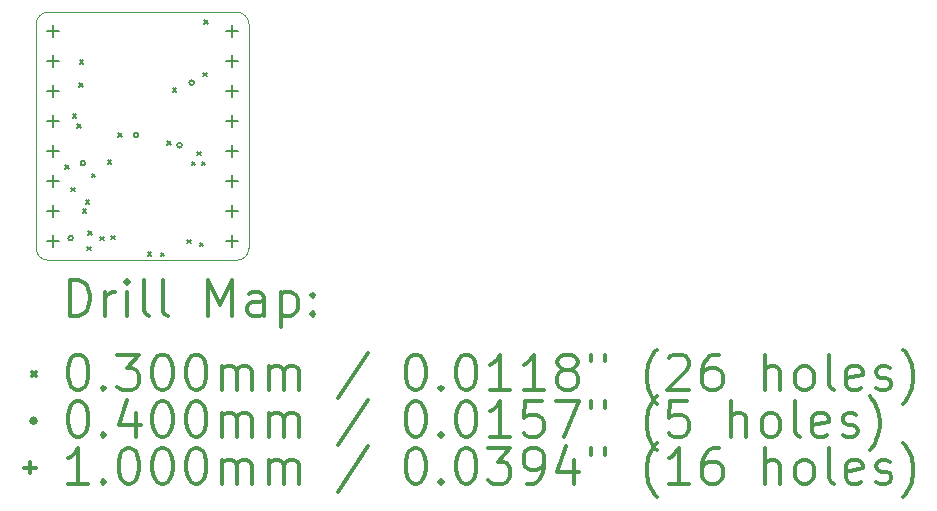
<source format=gbr>
%FSLAX45Y45*%
G04 Gerber Fmt 4.5, Leading zero omitted, Abs format (unit mm)*
G04 Created by KiCad (PCBNEW (5.1.12)-1) date 2022-08-19 23:51:54*
%MOMM*%
%LPD*%
G01*
G04 APERTURE LIST*
%TA.AperFunction,Profile*%
%ADD10C,0.050000*%
%TD*%
%ADD11C,0.200000*%
%ADD12C,0.300000*%
G04 APERTURE END LIST*
D10*
X1600000Y0D02*
G75*
G02*
X1700000Y-100000I0J-100000D01*
G01*
X1700000Y-2000000D02*
G75*
G02*
X1600000Y-2100000I-100000J0D01*
G01*
X-100000Y-100000D02*
G75*
G02*
X0Y0I100000J0D01*
G01*
X0Y-2100000D02*
G75*
G02*
X-100000Y-2000000I0J100000D01*
G01*
X1600000Y0D02*
X0Y0D01*
X1700000Y-2000000D02*
X1700000Y-100000D01*
X0Y-2100000D02*
X1600000Y-2100000D01*
X-100000Y-100000D02*
X-100000Y-2000000D01*
D11*
X144000Y-1295000D02*
X174000Y-1325000D01*
X174000Y-1295000D02*
X144000Y-1325000D01*
X197000Y-1485000D02*
X227000Y-1515000D01*
X227000Y-1485000D02*
X197000Y-1515000D01*
X210000Y-861000D02*
X240000Y-891000D01*
X240000Y-861000D02*
X210000Y-891000D01*
X248000Y-949000D02*
X278000Y-979000D01*
X278000Y-949000D02*
X248000Y-979000D01*
X266000Y-603000D02*
X296000Y-633000D01*
X296000Y-603000D02*
X266000Y-633000D01*
X269000Y-407000D02*
X299000Y-437000D01*
X299000Y-407000D02*
X269000Y-437000D01*
X292000Y-1666000D02*
X322000Y-1696000D01*
X322000Y-1666000D02*
X292000Y-1696000D01*
X318000Y-1590000D02*
X348000Y-1620000D01*
X348000Y-1590000D02*
X318000Y-1620000D01*
X331000Y-1985000D02*
X361000Y-2015000D01*
X361000Y-1985000D02*
X331000Y-2015000D01*
X338999Y-1853000D02*
X368999Y-1883000D01*
X368999Y-1853000D02*
X338999Y-1883000D01*
X371000Y-1366000D02*
X401000Y-1396000D01*
X401000Y-1366000D02*
X371000Y-1396000D01*
X442000Y-1901000D02*
X472000Y-1931000D01*
X472000Y-1901000D02*
X442000Y-1931000D01*
X504000Y-1252000D02*
X534000Y-1282000D01*
X534000Y-1252000D02*
X504000Y-1282000D01*
X535000Y-1892000D02*
X565000Y-1922000D01*
X565000Y-1892000D02*
X535000Y-1922000D01*
X594000Y-1022000D02*
X624000Y-1052000D01*
X624000Y-1022000D02*
X594000Y-1052000D01*
X843000Y-2032000D02*
X873000Y-2062000D01*
X873000Y-2032000D02*
X843000Y-2062000D01*
X955000Y-2035000D02*
X985000Y-2065000D01*
X985000Y-2035000D02*
X955000Y-2065000D01*
X1009000Y-1092000D02*
X1039000Y-1122000D01*
X1039000Y-1092000D02*
X1009000Y-1122000D01*
X1055000Y-641000D02*
X1085000Y-671000D01*
X1085000Y-641000D02*
X1055000Y-671000D01*
X1179000Y-1926000D02*
X1209000Y-1956000D01*
X1209000Y-1926000D02*
X1179000Y-1956000D01*
X1218000Y-1265000D02*
X1248000Y-1295000D01*
X1248000Y-1265000D02*
X1218000Y-1295000D01*
X1264000Y-1180000D02*
X1294000Y-1210000D01*
X1294000Y-1180000D02*
X1264000Y-1210000D01*
X1283000Y-1951000D02*
X1313000Y-1981000D01*
X1313000Y-1951000D02*
X1283000Y-1981000D01*
X1300000Y-1265000D02*
X1330000Y-1295000D01*
X1330000Y-1265000D02*
X1300000Y-1295000D01*
X1315000Y-512000D02*
X1345000Y-542000D01*
X1345000Y-512000D02*
X1315000Y-542000D01*
X1322000Y-69000D02*
X1352000Y-99000D01*
X1352000Y-69000D02*
X1322000Y-99000D01*
X212000Y-1912000D02*
G75*
G03*
X212000Y-1912000I-20000J0D01*
G01*
X314000Y-1277000D02*
G75*
G03*
X314000Y-1277000I-20000J0D01*
G01*
X764000Y-1039000D02*
G75*
G03*
X764000Y-1039000I-20000J0D01*
G01*
X1133000Y-1126000D02*
G75*
G03*
X1133000Y-1126000I-20000J0D01*
G01*
X1237000Y-596000D02*
G75*
G03*
X1237000Y-596000I-20000J0D01*
G01*
X40000Y-110000D02*
X40000Y-210000D01*
X-10000Y-160000D02*
X90000Y-160000D01*
X40000Y-364000D02*
X40000Y-464000D01*
X-10000Y-414000D02*
X90000Y-414000D01*
X40000Y-618000D02*
X40000Y-718000D01*
X-10000Y-668000D02*
X90000Y-668000D01*
X40000Y-872000D02*
X40000Y-972000D01*
X-10000Y-922000D02*
X90000Y-922000D01*
X40000Y-1126000D02*
X40000Y-1226000D01*
X-10000Y-1176000D02*
X90000Y-1176000D01*
X40000Y-1380000D02*
X40000Y-1480000D01*
X-10000Y-1430000D02*
X90000Y-1430000D01*
X40000Y-1634000D02*
X40000Y-1734000D01*
X-10000Y-1684000D02*
X90000Y-1684000D01*
X40000Y-1888000D02*
X40000Y-1988000D01*
X-10000Y-1938000D02*
X90000Y-1938000D01*
X1560000Y-108000D02*
X1560000Y-208000D01*
X1510000Y-158000D02*
X1610000Y-158000D01*
X1560000Y-362000D02*
X1560000Y-462000D01*
X1510000Y-412000D02*
X1610000Y-412000D01*
X1560000Y-616000D02*
X1560000Y-716000D01*
X1510000Y-666000D02*
X1610000Y-666000D01*
X1560000Y-870000D02*
X1560000Y-970000D01*
X1510000Y-920000D02*
X1610000Y-920000D01*
X1560000Y-1124000D02*
X1560000Y-1224000D01*
X1510000Y-1174000D02*
X1610000Y-1174000D01*
X1560000Y-1378000D02*
X1560000Y-1478000D01*
X1510000Y-1428000D02*
X1610000Y-1428000D01*
X1560000Y-1632000D02*
X1560000Y-1732000D01*
X1510000Y-1682000D02*
X1610000Y-1682000D01*
X1560000Y-1886000D02*
X1560000Y-1986000D01*
X1510000Y-1936000D02*
X1610000Y-1936000D01*
D12*
X183928Y-2568214D02*
X183928Y-2268214D01*
X255357Y-2268214D01*
X298214Y-2282500D01*
X326786Y-2311072D01*
X341071Y-2339643D01*
X355357Y-2396786D01*
X355357Y-2439643D01*
X341071Y-2496786D01*
X326786Y-2525357D01*
X298214Y-2553929D01*
X255357Y-2568214D01*
X183928Y-2568214D01*
X483928Y-2568214D02*
X483928Y-2368214D01*
X483928Y-2425357D02*
X498214Y-2396786D01*
X512500Y-2382500D01*
X541071Y-2368214D01*
X569643Y-2368214D01*
X669643Y-2568214D02*
X669643Y-2368214D01*
X669643Y-2268214D02*
X655357Y-2282500D01*
X669643Y-2296786D01*
X683928Y-2282500D01*
X669643Y-2268214D01*
X669643Y-2296786D01*
X855357Y-2568214D02*
X826786Y-2553929D01*
X812500Y-2525357D01*
X812500Y-2268214D01*
X1012500Y-2568214D02*
X983928Y-2553929D01*
X969643Y-2525357D01*
X969643Y-2268214D01*
X1355357Y-2568214D02*
X1355357Y-2268214D01*
X1455357Y-2482500D01*
X1555357Y-2268214D01*
X1555357Y-2568214D01*
X1826786Y-2568214D02*
X1826786Y-2411072D01*
X1812500Y-2382500D01*
X1783928Y-2368214D01*
X1726786Y-2368214D01*
X1698214Y-2382500D01*
X1826786Y-2553929D02*
X1798214Y-2568214D01*
X1726786Y-2568214D01*
X1698214Y-2553929D01*
X1683928Y-2525357D01*
X1683928Y-2496786D01*
X1698214Y-2468214D01*
X1726786Y-2453929D01*
X1798214Y-2453929D01*
X1826786Y-2439643D01*
X1969643Y-2368214D02*
X1969643Y-2668214D01*
X1969643Y-2382500D02*
X1998214Y-2368214D01*
X2055357Y-2368214D01*
X2083928Y-2382500D01*
X2098214Y-2396786D01*
X2112500Y-2425357D01*
X2112500Y-2511072D01*
X2098214Y-2539643D01*
X2083928Y-2553929D01*
X2055357Y-2568214D01*
X1998214Y-2568214D01*
X1969643Y-2553929D01*
X2241071Y-2539643D02*
X2255357Y-2553929D01*
X2241071Y-2568214D01*
X2226786Y-2553929D01*
X2241071Y-2539643D01*
X2241071Y-2568214D01*
X2241071Y-2382500D02*
X2255357Y-2396786D01*
X2241071Y-2411072D01*
X2226786Y-2396786D01*
X2241071Y-2382500D01*
X2241071Y-2411072D01*
X-132500Y-3047500D02*
X-102500Y-3077500D01*
X-102500Y-3047500D02*
X-132500Y-3077500D01*
X241071Y-2898214D02*
X269643Y-2898214D01*
X298214Y-2912500D01*
X312500Y-2926786D01*
X326786Y-2955357D01*
X341071Y-3012500D01*
X341071Y-3083929D01*
X326786Y-3141071D01*
X312500Y-3169643D01*
X298214Y-3183929D01*
X269643Y-3198214D01*
X241071Y-3198214D01*
X212500Y-3183929D01*
X198214Y-3169643D01*
X183928Y-3141071D01*
X169643Y-3083929D01*
X169643Y-3012500D01*
X183928Y-2955357D01*
X198214Y-2926786D01*
X212500Y-2912500D01*
X241071Y-2898214D01*
X469643Y-3169643D02*
X483928Y-3183929D01*
X469643Y-3198214D01*
X455357Y-3183929D01*
X469643Y-3169643D01*
X469643Y-3198214D01*
X583928Y-2898214D02*
X769643Y-2898214D01*
X669643Y-3012500D01*
X712500Y-3012500D01*
X741071Y-3026786D01*
X755357Y-3041071D01*
X769643Y-3069643D01*
X769643Y-3141071D01*
X755357Y-3169643D01*
X741071Y-3183929D01*
X712500Y-3198214D01*
X626786Y-3198214D01*
X598214Y-3183929D01*
X583928Y-3169643D01*
X955357Y-2898214D02*
X983928Y-2898214D01*
X1012500Y-2912500D01*
X1026786Y-2926786D01*
X1041071Y-2955357D01*
X1055357Y-3012500D01*
X1055357Y-3083929D01*
X1041071Y-3141071D01*
X1026786Y-3169643D01*
X1012500Y-3183929D01*
X983928Y-3198214D01*
X955357Y-3198214D01*
X926786Y-3183929D01*
X912500Y-3169643D01*
X898214Y-3141071D01*
X883928Y-3083929D01*
X883928Y-3012500D01*
X898214Y-2955357D01*
X912500Y-2926786D01*
X926786Y-2912500D01*
X955357Y-2898214D01*
X1241071Y-2898214D02*
X1269643Y-2898214D01*
X1298214Y-2912500D01*
X1312500Y-2926786D01*
X1326786Y-2955357D01*
X1341071Y-3012500D01*
X1341071Y-3083929D01*
X1326786Y-3141071D01*
X1312500Y-3169643D01*
X1298214Y-3183929D01*
X1269643Y-3198214D01*
X1241071Y-3198214D01*
X1212500Y-3183929D01*
X1198214Y-3169643D01*
X1183928Y-3141071D01*
X1169643Y-3083929D01*
X1169643Y-3012500D01*
X1183928Y-2955357D01*
X1198214Y-2926786D01*
X1212500Y-2912500D01*
X1241071Y-2898214D01*
X1469643Y-3198214D02*
X1469643Y-2998214D01*
X1469643Y-3026786D02*
X1483928Y-3012500D01*
X1512500Y-2998214D01*
X1555357Y-2998214D01*
X1583928Y-3012500D01*
X1598214Y-3041071D01*
X1598214Y-3198214D01*
X1598214Y-3041071D02*
X1612500Y-3012500D01*
X1641071Y-2998214D01*
X1683928Y-2998214D01*
X1712500Y-3012500D01*
X1726786Y-3041071D01*
X1726786Y-3198214D01*
X1869643Y-3198214D02*
X1869643Y-2998214D01*
X1869643Y-3026786D02*
X1883928Y-3012500D01*
X1912500Y-2998214D01*
X1955357Y-2998214D01*
X1983928Y-3012500D01*
X1998214Y-3041071D01*
X1998214Y-3198214D01*
X1998214Y-3041071D02*
X2012500Y-3012500D01*
X2041071Y-2998214D01*
X2083928Y-2998214D01*
X2112500Y-3012500D01*
X2126786Y-3041071D01*
X2126786Y-3198214D01*
X2712500Y-2883929D02*
X2455357Y-3269643D01*
X3098214Y-2898214D02*
X3126786Y-2898214D01*
X3155357Y-2912500D01*
X3169643Y-2926786D01*
X3183928Y-2955357D01*
X3198214Y-3012500D01*
X3198214Y-3083929D01*
X3183928Y-3141071D01*
X3169643Y-3169643D01*
X3155357Y-3183929D01*
X3126786Y-3198214D01*
X3098214Y-3198214D01*
X3069643Y-3183929D01*
X3055357Y-3169643D01*
X3041071Y-3141071D01*
X3026786Y-3083929D01*
X3026786Y-3012500D01*
X3041071Y-2955357D01*
X3055357Y-2926786D01*
X3069643Y-2912500D01*
X3098214Y-2898214D01*
X3326786Y-3169643D02*
X3341071Y-3183929D01*
X3326786Y-3198214D01*
X3312500Y-3183929D01*
X3326786Y-3169643D01*
X3326786Y-3198214D01*
X3526786Y-2898214D02*
X3555357Y-2898214D01*
X3583928Y-2912500D01*
X3598214Y-2926786D01*
X3612500Y-2955357D01*
X3626786Y-3012500D01*
X3626786Y-3083929D01*
X3612500Y-3141071D01*
X3598214Y-3169643D01*
X3583928Y-3183929D01*
X3555357Y-3198214D01*
X3526786Y-3198214D01*
X3498214Y-3183929D01*
X3483928Y-3169643D01*
X3469643Y-3141071D01*
X3455357Y-3083929D01*
X3455357Y-3012500D01*
X3469643Y-2955357D01*
X3483928Y-2926786D01*
X3498214Y-2912500D01*
X3526786Y-2898214D01*
X3912500Y-3198214D02*
X3741071Y-3198214D01*
X3826786Y-3198214D02*
X3826786Y-2898214D01*
X3798214Y-2941071D01*
X3769643Y-2969643D01*
X3741071Y-2983929D01*
X4198214Y-3198214D02*
X4026786Y-3198214D01*
X4112500Y-3198214D02*
X4112500Y-2898214D01*
X4083928Y-2941071D01*
X4055357Y-2969643D01*
X4026786Y-2983929D01*
X4369643Y-3026786D02*
X4341071Y-3012500D01*
X4326786Y-2998214D01*
X4312500Y-2969643D01*
X4312500Y-2955357D01*
X4326786Y-2926786D01*
X4341071Y-2912500D01*
X4369643Y-2898214D01*
X4426786Y-2898214D01*
X4455357Y-2912500D01*
X4469643Y-2926786D01*
X4483928Y-2955357D01*
X4483928Y-2969643D01*
X4469643Y-2998214D01*
X4455357Y-3012500D01*
X4426786Y-3026786D01*
X4369643Y-3026786D01*
X4341071Y-3041071D01*
X4326786Y-3055357D01*
X4312500Y-3083929D01*
X4312500Y-3141071D01*
X4326786Y-3169643D01*
X4341071Y-3183929D01*
X4369643Y-3198214D01*
X4426786Y-3198214D01*
X4455357Y-3183929D01*
X4469643Y-3169643D01*
X4483928Y-3141071D01*
X4483928Y-3083929D01*
X4469643Y-3055357D01*
X4455357Y-3041071D01*
X4426786Y-3026786D01*
X4598214Y-2898214D02*
X4598214Y-2955357D01*
X4712500Y-2898214D02*
X4712500Y-2955357D01*
X5155357Y-3312500D02*
X5141071Y-3298214D01*
X5112500Y-3255357D01*
X5098214Y-3226786D01*
X5083928Y-3183929D01*
X5069643Y-3112500D01*
X5069643Y-3055357D01*
X5083928Y-2983929D01*
X5098214Y-2941071D01*
X5112500Y-2912500D01*
X5141071Y-2869643D01*
X5155357Y-2855357D01*
X5255357Y-2926786D02*
X5269643Y-2912500D01*
X5298214Y-2898214D01*
X5369643Y-2898214D01*
X5398214Y-2912500D01*
X5412500Y-2926786D01*
X5426786Y-2955357D01*
X5426786Y-2983929D01*
X5412500Y-3026786D01*
X5241071Y-3198214D01*
X5426786Y-3198214D01*
X5683928Y-2898214D02*
X5626786Y-2898214D01*
X5598214Y-2912500D01*
X5583928Y-2926786D01*
X5555357Y-2969643D01*
X5541071Y-3026786D01*
X5541071Y-3141071D01*
X5555357Y-3169643D01*
X5569643Y-3183929D01*
X5598214Y-3198214D01*
X5655357Y-3198214D01*
X5683928Y-3183929D01*
X5698214Y-3169643D01*
X5712500Y-3141071D01*
X5712500Y-3069643D01*
X5698214Y-3041071D01*
X5683928Y-3026786D01*
X5655357Y-3012500D01*
X5598214Y-3012500D01*
X5569643Y-3026786D01*
X5555357Y-3041071D01*
X5541071Y-3069643D01*
X6069643Y-3198214D02*
X6069643Y-2898214D01*
X6198214Y-3198214D02*
X6198214Y-3041071D01*
X6183928Y-3012500D01*
X6155357Y-2998214D01*
X6112500Y-2998214D01*
X6083928Y-3012500D01*
X6069643Y-3026786D01*
X6383928Y-3198214D02*
X6355357Y-3183929D01*
X6341071Y-3169643D01*
X6326786Y-3141071D01*
X6326786Y-3055357D01*
X6341071Y-3026786D01*
X6355357Y-3012500D01*
X6383928Y-2998214D01*
X6426786Y-2998214D01*
X6455357Y-3012500D01*
X6469643Y-3026786D01*
X6483928Y-3055357D01*
X6483928Y-3141071D01*
X6469643Y-3169643D01*
X6455357Y-3183929D01*
X6426786Y-3198214D01*
X6383928Y-3198214D01*
X6655357Y-3198214D02*
X6626786Y-3183929D01*
X6612500Y-3155357D01*
X6612500Y-2898214D01*
X6883928Y-3183929D02*
X6855357Y-3198214D01*
X6798214Y-3198214D01*
X6769643Y-3183929D01*
X6755357Y-3155357D01*
X6755357Y-3041071D01*
X6769643Y-3012500D01*
X6798214Y-2998214D01*
X6855357Y-2998214D01*
X6883928Y-3012500D01*
X6898214Y-3041071D01*
X6898214Y-3069643D01*
X6755357Y-3098214D01*
X7012500Y-3183929D02*
X7041071Y-3198214D01*
X7098214Y-3198214D01*
X7126786Y-3183929D01*
X7141071Y-3155357D01*
X7141071Y-3141071D01*
X7126786Y-3112500D01*
X7098214Y-3098214D01*
X7055357Y-3098214D01*
X7026786Y-3083929D01*
X7012500Y-3055357D01*
X7012500Y-3041071D01*
X7026786Y-3012500D01*
X7055357Y-2998214D01*
X7098214Y-2998214D01*
X7126786Y-3012500D01*
X7241071Y-3312500D02*
X7255357Y-3298214D01*
X7283928Y-3255357D01*
X7298214Y-3226786D01*
X7312500Y-3183929D01*
X7326786Y-3112500D01*
X7326786Y-3055357D01*
X7312500Y-2983929D01*
X7298214Y-2941071D01*
X7283928Y-2912500D01*
X7255357Y-2869643D01*
X7241071Y-2855357D01*
X-102500Y-3458500D02*
G75*
G03*
X-102500Y-3458500I-20000J0D01*
G01*
X241071Y-3294214D02*
X269643Y-3294214D01*
X298214Y-3308500D01*
X312500Y-3322786D01*
X326786Y-3351357D01*
X341071Y-3408500D01*
X341071Y-3479929D01*
X326786Y-3537071D01*
X312500Y-3565643D01*
X298214Y-3579929D01*
X269643Y-3594214D01*
X241071Y-3594214D01*
X212500Y-3579929D01*
X198214Y-3565643D01*
X183928Y-3537071D01*
X169643Y-3479929D01*
X169643Y-3408500D01*
X183928Y-3351357D01*
X198214Y-3322786D01*
X212500Y-3308500D01*
X241071Y-3294214D01*
X469643Y-3565643D02*
X483928Y-3579929D01*
X469643Y-3594214D01*
X455357Y-3579929D01*
X469643Y-3565643D01*
X469643Y-3594214D01*
X741071Y-3394214D02*
X741071Y-3594214D01*
X669643Y-3279929D02*
X598214Y-3494214D01*
X783928Y-3494214D01*
X955357Y-3294214D02*
X983928Y-3294214D01*
X1012500Y-3308500D01*
X1026786Y-3322786D01*
X1041071Y-3351357D01*
X1055357Y-3408500D01*
X1055357Y-3479929D01*
X1041071Y-3537071D01*
X1026786Y-3565643D01*
X1012500Y-3579929D01*
X983928Y-3594214D01*
X955357Y-3594214D01*
X926786Y-3579929D01*
X912500Y-3565643D01*
X898214Y-3537071D01*
X883928Y-3479929D01*
X883928Y-3408500D01*
X898214Y-3351357D01*
X912500Y-3322786D01*
X926786Y-3308500D01*
X955357Y-3294214D01*
X1241071Y-3294214D02*
X1269643Y-3294214D01*
X1298214Y-3308500D01*
X1312500Y-3322786D01*
X1326786Y-3351357D01*
X1341071Y-3408500D01*
X1341071Y-3479929D01*
X1326786Y-3537071D01*
X1312500Y-3565643D01*
X1298214Y-3579929D01*
X1269643Y-3594214D01*
X1241071Y-3594214D01*
X1212500Y-3579929D01*
X1198214Y-3565643D01*
X1183928Y-3537071D01*
X1169643Y-3479929D01*
X1169643Y-3408500D01*
X1183928Y-3351357D01*
X1198214Y-3322786D01*
X1212500Y-3308500D01*
X1241071Y-3294214D01*
X1469643Y-3594214D02*
X1469643Y-3394214D01*
X1469643Y-3422786D02*
X1483928Y-3408500D01*
X1512500Y-3394214D01*
X1555357Y-3394214D01*
X1583928Y-3408500D01*
X1598214Y-3437071D01*
X1598214Y-3594214D01*
X1598214Y-3437071D02*
X1612500Y-3408500D01*
X1641071Y-3394214D01*
X1683928Y-3394214D01*
X1712500Y-3408500D01*
X1726786Y-3437071D01*
X1726786Y-3594214D01*
X1869643Y-3594214D02*
X1869643Y-3394214D01*
X1869643Y-3422786D02*
X1883928Y-3408500D01*
X1912500Y-3394214D01*
X1955357Y-3394214D01*
X1983928Y-3408500D01*
X1998214Y-3437071D01*
X1998214Y-3594214D01*
X1998214Y-3437071D02*
X2012500Y-3408500D01*
X2041071Y-3394214D01*
X2083928Y-3394214D01*
X2112500Y-3408500D01*
X2126786Y-3437071D01*
X2126786Y-3594214D01*
X2712500Y-3279929D02*
X2455357Y-3665643D01*
X3098214Y-3294214D02*
X3126786Y-3294214D01*
X3155357Y-3308500D01*
X3169643Y-3322786D01*
X3183928Y-3351357D01*
X3198214Y-3408500D01*
X3198214Y-3479929D01*
X3183928Y-3537071D01*
X3169643Y-3565643D01*
X3155357Y-3579929D01*
X3126786Y-3594214D01*
X3098214Y-3594214D01*
X3069643Y-3579929D01*
X3055357Y-3565643D01*
X3041071Y-3537071D01*
X3026786Y-3479929D01*
X3026786Y-3408500D01*
X3041071Y-3351357D01*
X3055357Y-3322786D01*
X3069643Y-3308500D01*
X3098214Y-3294214D01*
X3326786Y-3565643D02*
X3341071Y-3579929D01*
X3326786Y-3594214D01*
X3312500Y-3579929D01*
X3326786Y-3565643D01*
X3326786Y-3594214D01*
X3526786Y-3294214D02*
X3555357Y-3294214D01*
X3583928Y-3308500D01*
X3598214Y-3322786D01*
X3612500Y-3351357D01*
X3626786Y-3408500D01*
X3626786Y-3479929D01*
X3612500Y-3537071D01*
X3598214Y-3565643D01*
X3583928Y-3579929D01*
X3555357Y-3594214D01*
X3526786Y-3594214D01*
X3498214Y-3579929D01*
X3483928Y-3565643D01*
X3469643Y-3537071D01*
X3455357Y-3479929D01*
X3455357Y-3408500D01*
X3469643Y-3351357D01*
X3483928Y-3322786D01*
X3498214Y-3308500D01*
X3526786Y-3294214D01*
X3912500Y-3594214D02*
X3741071Y-3594214D01*
X3826786Y-3594214D02*
X3826786Y-3294214D01*
X3798214Y-3337071D01*
X3769643Y-3365643D01*
X3741071Y-3379929D01*
X4183928Y-3294214D02*
X4041071Y-3294214D01*
X4026786Y-3437071D01*
X4041071Y-3422786D01*
X4069643Y-3408500D01*
X4141071Y-3408500D01*
X4169643Y-3422786D01*
X4183928Y-3437071D01*
X4198214Y-3465643D01*
X4198214Y-3537071D01*
X4183928Y-3565643D01*
X4169643Y-3579929D01*
X4141071Y-3594214D01*
X4069643Y-3594214D01*
X4041071Y-3579929D01*
X4026786Y-3565643D01*
X4298214Y-3294214D02*
X4498214Y-3294214D01*
X4369643Y-3594214D01*
X4598214Y-3294214D02*
X4598214Y-3351357D01*
X4712500Y-3294214D02*
X4712500Y-3351357D01*
X5155357Y-3708500D02*
X5141071Y-3694214D01*
X5112500Y-3651357D01*
X5098214Y-3622786D01*
X5083928Y-3579929D01*
X5069643Y-3508500D01*
X5069643Y-3451357D01*
X5083928Y-3379929D01*
X5098214Y-3337071D01*
X5112500Y-3308500D01*
X5141071Y-3265643D01*
X5155357Y-3251357D01*
X5412500Y-3294214D02*
X5269643Y-3294214D01*
X5255357Y-3437071D01*
X5269643Y-3422786D01*
X5298214Y-3408500D01*
X5369643Y-3408500D01*
X5398214Y-3422786D01*
X5412500Y-3437071D01*
X5426786Y-3465643D01*
X5426786Y-3537071D01*
X5412500Y-3565643D01*
X5398214Y-3579929D01*
X5369643Y-3594214D01*
X5298214Y-3594214D01*
X5269643Y-3579929D01*
X5255357Y-3565643D01*
X5783928Y-3594214D02*
X5783928Y-3294214D01*
X5912500Y-3594214D02*
X5912500Y-3437071D01*
X5898214Y-3408500D01*
X5869643Y-3394214D01*
X5826786Y-3394214D01*
X5798214Y-3408500D01*
X5783928Y-3422786D01*
X6098214Y-3594214D02*
X6069643Y-3579929D01*
X6055357Y-3565643D01*
X6041071Y-3537071D01*
X6041071Y-3451357D01*
X6055357Y-3422786D01*
X6069643Y-3408500D01*
X6098214Y-3394214D01*
X6141071Y-3394214D01*
X6169643Y-3408500D01*
X6183928Y-3422786D01*
X6198214Y-3451357D01*
X6198214Y-3537071D01*
X6183928Y-3565643D01*
X6169643Y-3579929D01*
X6141071Y-3594214D01*
X6098214Y-3594214D01*
X6369643Y-3594214D02*
X6341071Y-3579929D01*
X6326786Y-3551357D01*
X6326786Y-3294214D01*
X6598214Y-3579929D02*
X6569643Y-3594214D01*
X6512500Y-3594214D01*
X6483928Y-3579929D01*
X6469643Y-3551357D01*
X6469643Y-3437071D01*
X6483928Y-3408500D01*
X6512500Y-3394214D01*
X6569643Y-3394214D01*
X6598214Y-3408500D01*
X6612500Y-3437071D01*
X6612500Y-3465643D01*
X6469643Y-3494214D01*
X6726786Y-3579929D02*
X6755357Y-3594214D01*
X6812500Y-3594214D01*
X6841071Y-3579929D01*
X6855357Y-3551357D01*
X6855357Y-3537071D01*
X6841071Y-3508500D01*
X6812500Y-3494214D01*
X6769643Y-3494214D01*
X6741071Y-3479929D01*
X6726786Y-3451357D01*
X6726786Y-3437071D01*
X6741071Y-3408500D01*
X6769643Y-3394214D01*
X6812500Y-3394214D01*
X6841071Y-3408500D01*
X6955357Y-3708500D02*
X6969643Y-3694214D01*
X6998214Y-3651357D01*
X7012500Y-3622786D01*
X7026786Y-3579929D01*
X7041071Y-3508500D01*
X7041071Y-3451357D01*
X7026786Y-3379929D01*
X7012500Y-3337071D01*
X6998214Y-3308500D01*
X6969643Y-3265643D01*
X6955357Y-3251357D01*
X-152500Y-3804500D02*
X-152500Y-3904500D01*
X-202500Y-3854500D02*
X-102500Y-3854500D01*
X341071Y-3990214D02*
X169643Y-3990214D01*
X255357Y-3990214D02*
X255357Y-3690214D01*
X226786Y-3733071D01*
X198214Y-3761643D01*
X169643Y-3775929D01*
X469643Y-3961643D02*
X483928Y-3975929D01*
X469643Y-3990214D01*
X455357Y-3975929D01*
X469643Y-3961643D01*
X469643Y-3990214D01*
X669643Y-3690214D02*
X698214Y-3690214D01*
X726786Y-3704500D01*
X741071Y-3718786D01*
X755357Y-3747357D01*
X769643Y-3804500D01*
X769643Y-3875929D01*
X755357Y-3933071D01*
X741071Y-3961643D01*
X726786Y-3975929D01*
X698214Y-3990214D01*
X669643Y-3990214D01*
X641071Y-3975929D01*
X626786Y-3961643D01*
X612500Y-3933071D01*
X598214Y-3875929D01*
X598214Y-3804500D01*
X612500Y-3747357D01*
X626786Y-3718786D01*
X641071Y-3704500D01*
X669643Y-3690214D01*
X955357Y-3690214D02*
X983928Y-3690214D01*
X1012500Y-3704500D01*
X1026786Y-3718786D01*
X1041071Y-3747357D01*
X1055357Y-3804500D01*
X1055357Y-3875929D01*
X1041071Y-3933071D01*
X1026786Y-3961643D01*
X1012500Y-3975929D01*
X983928Y-3990214D01*
X955357Y-3990214D01*
X926786Y-3975929D01*
X912500Y-3961643D01*
X898214Y-3933071D01*
X883928Y-3875929D01*
X883928Y-3804500D01*
X898214Y-3747357D01*
X912500Y-3718786D01*
X926786Y-3704500D01*
X955357Y-3690214D01*
X1241071Y-3690214D02*
X1269643Y-3690214D01*
X1298214Y-3704500D01*
X1312500Y-3718786D01*
X1326786Y-3747357D01*
X1341071Y-3804500D01*
X1341071Y-3875929D01*
X1326786Y-3933071D01*
X1312500Y-3961643D01*
X1298214Y-3975929D01*
X1269643Y-3990214D01*
X1241071Y-3990214D01*
X1212500Y-3975929D01*
X1198214Y-3961643D01*
X1183928Y-3933071D01*
X1169643Y-3875929D01*
X1169643Y-3804500D01*
X1183928Y-3747357D01*
X1198214Y-3718786D01*
X1212500Y-3704500D01*
X1241071Y-3690214D01*
X1469643Y-3990214D02*
X1469643Y-3790214D01*
X1469643Y-3818786D02*
X1483928Y-3804500D01*
X1512500Y-3790214D01*
X1555357Y-3790214D01*
X1583928Y-3804500D01*
X1598214Y-3833071D01*
X1598214Y-3990214D01*
X1598214Y-3833071D02*
X1612500Y-3804500D01*
X1641071Y-3790214D01*
X1683928Y-3790214D01*
X1712500Y-3804500D01*
X1726786Y-3833071D01*
X1726786Y-3990214D01*
X1869643Y-3990214D02*
X1869643Y-3790214D01*
X1869643Y-3818786D02*
X1883928Y-3804500D01*
X1912500Y-3790214D01*
X1955357Y-3790214D01*
X1983928Y-3804500D01*
X1998214Y-3833071D01*
X1998214Y-3990214D01*
X1998214Y-3833071D02*
X2012500Y-3804500D01*
X2041071Y-3790214D01*
X2083928Y-3790214D01*
X2112500Y-3804500D01*
X2126786Y-3833071D01*
X2126786Y-3990214D01*
X2712500Y-3675929D02*
X2455357Y-4061643D01*
X3098214Y-3690214D02*
X3126786Y-3690214D01*
X3155357Y-3704500D01*
X3169643Y-3718786D01*
X3183928Y-3747357D01*
X3198214Y-3804500D01*
X3198214Y-3875929D01*
X3183928Y-3933071D01*
X3169643Y-3961643D01*
X3155357Y-3975929D01*
X3126786Y-3990214D01*
X3098214Y-3990214D01*
X3069643Y-3975929D01*
X3055357Y-3961643D01*
X3041071Y-3933071D01*
X3026786Y-3875929D01*
X3026786Y-3804500D01*
X3041071Y-3747357D01*
X3055357Y-3718786D01*
X3069643Y-3704500D01*
X3098214Y-3690214D01*
X3326786Y-3961643D02*
X3341071Y-3975929D01*
X3326786Y-3990214D01*
X3312500Y-3975929D01*
X3326786Y-3961643D01*
X3326786Y-3990214D01*
X3526786Y-3690214D02*
X3555357Y-3690214D01*
X3583928Y-3704500D01*
X3598214Y-3718786D01*
X3612500Y-3747357D01*
X3626786Y-3804500D01*
X3626786Y-3875929D01*
X3612500Y-3933071D01*
X3598214Y-3961643D01*
X3583928Y-3975929D01*
X3555357Y-3990214D01*
X3526786Y-3990214D01*
X3498214Y-3975929D01*
X3483928Y-3961643D01*
X3469643Y-3933071D01*
X3455357Y-3875929D01*
X3455357Y-3804500D01*
X3469643Y-3747357D01*
X3483928Y-3718786D01*
X3498214Y-3704500D01*
X3526786Y-3690214D01*
X3726786Y-3690214D02*
X3912500Y-3690214D01*
X3812500Y-3804500D01*
X3855357Y-3804500D01*
X3883928Y-3818786D01*
X3898214Y-3833071D01*
X3912500Y-3861643D01*
X3912500Y-3933071D01*
X3898214Y-3961643D01*
X3883928Y-3975929D01*
X3855357Y-3990214D01*
X3769643Y-3990214D01*
X3741071Y-3975929D01*
X3726786Y-3961643D01*
X4055357Y-3990214D02*
X4112500Y-3990214D01*
X4141071Y-3975929D01*
X4155357Y-3961643D01*
X4183928Y-3918786D01*
X4198214Y-3861643D01*
X4198214Y-3747357D01*
X4183928Y-3718786D01*
X4169643Y-3704500D01*
X4141071Y-3690214D01*
X4083928Y-3690214D01*
X4055357Y-3704500D01*
X4041071Y-3718786D01*
X4026786Y-3747357D01*
X4026786Y-3818786D01*
X4041071Y-3847357D01*
X4055357Y-3861643D01*
X4083928Y-3875929D01*
X4141071Y-3875929D01*
X4169643Y-3861643D01*
X4183928Y-3847357D01*
X4198214Y-3818786D01*
X4455357Y-3790214D02*
X4455357Y-3990214D01*
X4383928Y-3675929D02*
X4312500Y-3890214D01*
X4498214Y-3890214D01*
X4598214Y-3690214D02*
X4598214Y-3747357D01*
X4712500Y-3690214D02*
X4712500Y-3747357D01*
X5155357Y-4104500D02*
X5141071Y-4090214D01*
X5112500Y-4047357D01*
X5098214Y-4018786D01*
X5083928Y-3975929D01*
X5069643Y-3904500D01*
X5069643Y-3847357D01*
X5083928Y-3775929D01*
X5098214Y-3733071D01*
X5112500Y-3704500D01*
X5141071Y-3661643D01*
X5155357Y-3647357D01*
X5426786Y-3990214D02*
X5255357Y-3990214D01*
X5341071Y-3990214D02*
X5341071Y-3690214D01*
X5312500Y-3733071D01*
X5283928Y-3761643D01*
X5255357Y-3775929D01*
X5683928Y-3690214D02*
X5626786Y-3690214D01*
X5598214Y-3704500D01*
X5583928Y-3718786D01*
X5555357Y-3761643D01*
X5541071Y-3818786D01*
X5541071Y-3933071D01*
X5555357Y-3961643D01*
X5569643Y-3975929D01*
X5598214Y-3990214D01*
X5655357Y-3990214D01*
X5683928Y-3975929D01*
X5698214Y-3961643D01*
X5712500Y-3933071D01*
X5712500Y-3861643D01*
X5698214Y-3833071D01*
X5683928Y-3818786D01*
X5655357Y-3804500D01*
X5598214Y-3804500D01*
X5569643Y-3818786D01*
X5555357Y-3833071D01*
X5541071Y-3861643D01*
X6069643Y-3990214D02*
X6069643Y-3690214D01*
X6198214Y-3990214D02*
X6198214Y-3833071D01*
X6183928Y-3804500D01*
X6155357Y-3790214D01*
X6112500Y-3790214D01*
X6083928Y-3804500D01*
X6069643Y-3818786D01*
X6383928Y-3990214D02*
X6355357Y-3975929D01*
X6341071Y-3961643D01*
X6326786Y-3933071D01*
X6326786Y-3847357D01*
X6341071Y-3818786D01*
X6355357Y-3804500D01*
X6383928Y-3790214D01*
X6426786Y-3790214D01*
X6455357Y-3804500D01*
X6469643Y-3818786D01*
X6483928Y-3847357D01*
X6483928Y-3933071D01*
X6469643Y-3961643D01*
X6455357Y-3975929D01*
X6426786Y-3990214D01*
X6383928Y-3990214D01*
X6655357Y-3990214D02*
X6626786Y-3975929D01*
X6612500Y-3947357D01*
X6612500Y-3690214D01*
X6883928Y-3975929D02*
X6855357Y-3990214D01*
X6798214Y-3990214D01*
X6769643Y-3975929D01*
X6755357Y-3947357D01*
X6755357Y-3833071D01*
X6769643Y-3804500D01*
X6798214Y-3790214D01*
X6855357Y-3790214D01*
X6883928Y-3804500D01*
X6898214Y-3833071D01*
X6898214Y-3861643D01*
X6755357Y-3890214D01*
X7012500Y-3975929D02*
X7041071Y-3990214D01*
X7098214Y-3990214D01*
X7126786Y-3975929D01*
X7141071Y-3947357D01*
X7141071Y-3933071D01*
X7126786Y-3904500D01*
X7098214Y-3890214D01*
X7055357Y-3890214D01*
X7026786Y-3875929D01*
X7012500Y-3847357D01*
X7012500Y-3833071D01*
X7026786Y-3804500D01*
X7055357Y-3790214D01*
X7098214Y-3790214D01*
X7126786Y-3804500D01*
X7241071Y-4104500D02*
X7255357Y-4090214D01*
X7283928Y-4047357D01*
X7298214Y-4018786D01*
X7312500Y-3975929D01*
X7326786Y-3904500D01*
X7326786Y-3847357D01*
X7312500Y-3775929D01*
X7298214Y-3733071D01*
X7283928Y-3704500D01*
X7255357Y-3661643D01*
X7241071Y-3647357D01*
M02*

</source>
